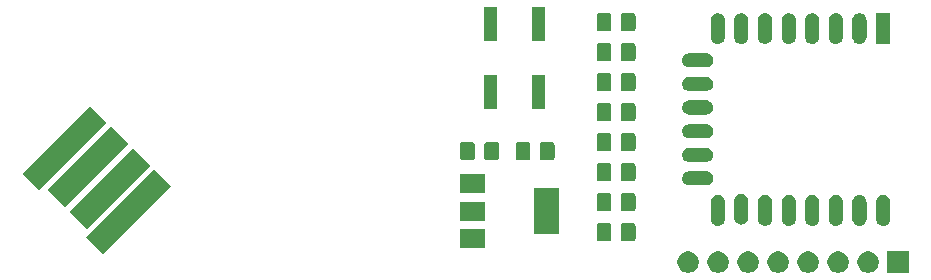
<source format=gbr>
G04 #@! TF.GenerationSoftware,KiCad,Pcbnew,(5.1.5)-3*
G04 #@! TF.CreationDate,2019-12-26T10:02:20-08:00*
G04 #@! TF.ProjectId,esp8266_bcard,65737038-3236-4365-9f62-636172642e6b,rev?*
G04 #@! TF.SameCoordinates,Original*
G04 #@! TF.FileFunction,Soldermask,Top*
G04 #@! TF.FilePolarity,Negative*
%FSLAX46Y46*%
G04 Gerber Fmt 4.6, Leading zero omitted, Abs format (unit mm)*
G04 Created by KiCad (PCBNEW (5.1.5)-3) date 2019-12-26 10:02:20*
%MOMM*%
%LPD*%
G04 APERTURE LIST*
%ADD10C,0.100000*%
G04 APERTURE END LIST*
D10*
G36*
X160133512Y-128643927D02*
G01*
X160282812Y-128673624D01*
X160446784Y-128741544D01*
X160594354Y-128840147D01*
X160719853Y-128965646D01*
X160818456Y-129113216D01*
X160886376Y-129277188D01*
X160921000Y-129451259D01*
X160921000Y-129628741D01*
X160886376Y-129802812D01*
X160818456Y-129966784D01*
X160719853Y-130114354D01*
X160594354Y-130239853D01*
X160446784Y-130338456D01*
X160282812Y-130406376D01*
X160133512Y-130436073D01*
X160108742Y-130441000D01*
X159931258Y-130441000D01*
X159906488Y-130436073D01*
X159757188Y-130406376D01*
X159593216Y-130338456D01*
X159445646Y-130239853D01*
X159320147Y-130114354D01*
X159221544Y-129966784D01*
X159153624Y-129802812D01*
X159119000Y-129628741D01*
X159119000Y-129451259D01*
X159153624Y-129277188D01*
X159221544Y-129113216D01*
X159320147Y-128965646D01*
X159445646Y-128840147D01*
X159593216Y-128741544D01*
X159757188Y-128673624D01*
X159906488Y-128643927D01*
X159931258Y-128639000D01*
X160108742Y-128639000D01*
X160133512Y-128643927D01*
G37*
G36*
X178701000Y-130441000D02*
G01*
X176899000Y-130441000D01*
X176899000Y-128639000D01*
X178701000Y-128639000D01*
X178701000Y-130441000D01*
G37*
G36*
X175373512Y-128643927D02*
G01*
X175522812Y-128673624D01*
X175686784Y-128741544D01*
X175834354Y-128840147D01*
X175959853Y-128965646D01*
X176058456Y-129113216D01*
X176126376Y-129277188D01*
X176161000Y-129451259D01*
X176161000Y-129628741D01*
X176126376Y-129802812D01*
X176058456Y-129966784D01*
X175959853Y-130114354D01*
X175834354Y-130239853D01*
X175686784Y-130338456D01*
X175522812Y-130406376D01*
X175373512Y-130436073D01*
X175348742Y-130441000D01*
X175171258Y-130441000D01*
X175146488Y-130436073D01*
X174997188Y-130406376D01*
X174833216Y-130338456D01*
X174685646Y-130239853D01*
X174560147Y-130114354D01*
X174461544Y-129966784D01*
X174393624Y-129802812D01*
X174359000Y-129628741D01*
X174359000Y-129451259D01*
X174393624Y-129277188D01*
X174461544Y-129113216D01*
X174560147Y-128965646D01*
X174685646Y-128840147D01*
X174833216Y-128741544D01*
X174997188Y-128673624D01*
X175146488Y-128643927D01*
X175171258Y-128639000D01*
X175348742Y-128639000D01*
X175373512Y-128643927D01*
G37*
G36*
X172833512Y-128643927D02*
G01*
X172982812Y-128673624D01*
X173146784Y-128741544D01*
X173294354Y-128840147D01*
X173419853Y-128965646D01*
X173518456Y-129113216D01*
X173586376Y-129277188D01*
X173621000Y-129451259D01*
X173621000Y-129628741D01*
X173586376Y-129802812D01*
X173518456Y-129966784D01*
X173419853Y-130114354D01*
X173294354Y-130239853D01*
X173146784Y-130338456D01*
X172982812Y-130406376D01*
X172833512Y-130436073D01*
X172808742Y-130441000D01*
X172631258Y-130441000D01*
X172606488Y-130436073D01*
X172457188Y-130406376D01*
X172293216Y-130338456D01*
X172145646Y-130239853D01*
X172020147Y-130114354D01*
X171921544Y-129966784D01*
X171853624Y-129802812D01*
X171819000Y-129628741D01*
X171819000Y-129451259D01*
X171853624Y-129277188D01*
X171921544Y-129113216D01*
X172020147Y-128965646D01*
X172145646Y-128840147D01*
X172293216Y-128741544D01*
X172457188Y-128673624D01*
X172606488Y-128643927D01*
X172631258Y-128639000D01*
X172808742Y-128639000D01*
X172833512Y-128643927D01*
G37*
G36*
X170293512Y-128643927D02*
G01*
X170442812Y-128673624D01*
X170606784Y-128741544D01*
X170754354Y-128840147D01*
X170879853Y-128965646D01*
X170978456Y-129113216D01*
X171046376Y-129277188D01*
X171081000Y-129451259D01*
X171081000Y-129628741D01*
X171046376Y-129802812D01*
X170978456Y-129966784D01*
X170879853Y-130114354D01*
X170754354Y-130239853D01*
X170606784Y-130338456D01*
X170442812Y-130406376D01*
X170293512Y-130436073D01*
X170268742Y-130441000D01*
X170091258Y-130441000D01*
X170066488Y-130436073D01*
X169917188Y-130406376D01*
X169753216Y-130338456D01*
X169605646Y-130239853D01*
X169480147Y-130114354D01*
X169381544Y-129966784D01*
X169313624Y-129802812D01*
X169279000Y-129628741D01*
X169279000Y-129451259D01*
X169313624Y-129277188D01*
X169381544Y-129113216D01*
X169480147Y-128965646D01*
X169605646Y-128840147D01*
X169753216Y-128741544D01*
X169917188Y-128673624D01*
X170066488Y-128643927D01*
X170091258Y-128639000D01*
X170268742Y-128639000D01*
X170293512Y-128643927D01*
G37*
G36*
X165213512Y-128643927D02*
G01*
X165362812Y-128673624D01*
X165526784Y-128741544D01*
X165674354Y-128840147D01*
X165799853Y-128965646D01*
X165898456Y-129113216D01*
X165966376Y-129277188D01*
X166001000Y-129451259D01*
X166001000Y-129628741D01*
X165966376Y-129802812D01*
X165898456Y-129966784D01*
X165799853Y-130114354D01*
X165674354Y-130239853D01*
X165526784Y-130338456D01*
X165362812Y-130406376D01*
X165213512Y-130436073D01*
X165188742Y-130441000D01*
X165011258Y-130441000D01*
X164986488Y-130436073D01*
X164837188Y-130406376D01*
X164673216Y-130338456D01*
X164525646Y-130239853D01*
X164400147Y-130114354D01*
X164301544Y-129966784D01*
X164233624Y-129802812D01*
X164199000Y-129628741D01*
X164199000Y-129451259D01*
X164233624Y-129277188D01*
X164301544Y-129113216D01*
X164400147Y-128965646D01*
X164525646Y-128840147D01*
X164673216Y-128741544D01*
X164837188Y-128673624D01*
X164986488Y-128643927D01*
X165011258Y-128639000D01*
X165188742Y-128639000D01*
X165213512Y-128643927D01*
G37*
G36*
X162673512Y-128643927D02*
G01*
X162822812Y-128673624D01*
X162986784Y-128741544D01*
X163134354Y-128840147D01*
X163259853Y-128965646D01*
X163358456Y-129113216D01*
X163426376Y-129277188D01*
X163461000Y-129451259D01*
X163461000Y-129628741D01*
X163426376Y-129802812D01*
X163358456Y-129966784D01*
X163259853Y-130114354D01*
X163134354Y-130239853D01*
X162986784Y-130338456D01*
X162822812Y-130406376D01*
X162673512Y-130436073D01*
X162648742Y-130441000D01*
X162471258Y-130441000D01*
X162446488Y-130436073D01*
X162297188Y-130406376D01*
X162133216Y-130338456D01*
X161985646Y-130239853D01*
X161860147Y-130114354D01*
X161761544Y-129966784D01*
X161693624Y-129802812D01*
X161659000Y-129628741D01*
X161659000Y-129451259D01*
X161693624Y-129277188D01*
X161761544Y-129113216D01*
X161860147Y-128965646D01*
X161985646Y-128840147D01*
X162133216Y-128741544D01*
X162297188Y-128673624D01*
X162446488Y-128643927D01*
X162471258Y-128639000D01*
X162648742Y-128639000D01*
X162673512Y-128643927D01*
G37*
G36*
X167753512Y-128643927D02*
G01*
X167902812Y-128673624D01*
X168066784Y-128741544D01*
X168214354Y-128840147D01*
X168339853Y-128965646D01*
X168438456Y-129113216D01*
X168506376Y-129277188D01*
X168541000Y-129451259D01*
X168541000Y-129628741D01*
X168506376Y-129802812D01*
X168438456Y-129966784D01*
X168339853Y-130114354D01*
X168214354Y-130239853D01*
X168066784Y-130338456D01*
X167902812Y-130406376D01*
X167753512Y-130436073D01*
X167728742Y-130441000D01*
X167551258Y-130441000D01*
X167526488Y-130436073D01*
X167377188Y-130406376D01*
X167213216Y-130338456D01*
X167065646Y-130239853D01*
X166940147Y-130114354D01*
X166841544Y-129966784D01*
X166773624Y-129802812D01*
X166739000Y-129628741D01*
X166739000Y-129451259D01*
X166773624Y-129277188D01*
X166841544Y-129113216D01*
X166940147Y-128965646D01*
X167065646Y-128840147D01*
X167213216Y-128741544D01*
X167377188Y-128673624D01*
X167526488Y-128643927D01*
X167551258Y-128639000D01*
X167728742Y-128639000D01*
X167753512Y-128643927D01*
G37*
G36*
X116220703Y-123120078D02*
G01*
X110491724Y-128849057D01*
X109076097Y-127433430D01*
X114805076Y-121704451D01*
X116220703Y-123120078D01*
G37*
G36*
X142808000Y-128323000D02*
G01*
X140706000Y-128323000D01*
X140706000Y-126721000D01*
X142808000Y-126721000D01*
X142808000Y-128323000D01*
G37*
G36*
X153353674Y-126253465D02*
G01*
X153391367Y-126264899D01*
X153426103Y-126283466D01*
X153456548Y-126308452D01*
X153481534Y-126338897D01*
X153500101Y-126373633D01*
X153511535Y-126411326D01*
X153516000Y-126456661D01*
X153516000Y-127543339D01*
X153511535Y-127588674D01*
X153500101Y-127626367D01*
X153481534Y-127661103D01*
X153456548Y-127691548D01*
X153426103Y-127716534D01*
X153391367Y-127735101D01*
X153353674Y-127746535D01*
X153308339Y-127751000D01*
X152471661Y-127751000D01*
X152426326Y-127746535D01*
X152388633Y-127735101D01*
X152353897Y-127716534D01*
X152323452Y-127691548D01*
X152298466Y-127661103D01*
X152279899Y-127626367D01*
X152268465Y-127588674D01*
X152264000Y-127543339D01*
X152264000Y-126456661D01*
X152268465Y-126411326D01*
X152279899Y-126373633D01*
X152298466Y-126338897D01*
X152323452Y-126308452D01*
X152353897Y-126283466D01*
X152388633Y-126264899D01*
X152426326Y-126253465D01*
X152471661Y-126249000D01*
X153308339Y-126249000D01*
X153353674Y-126253465D01*
G37*
G36*
X155403674Y-126253465D02*
G01*
X155441367Y-126264899D01*
X155476103Y-126283466D01*
X155506548Y-126308452D01*
X155531534Y-126338897D01*
X155550101Y-126373633D01*
X155561535Y-126411326D01*
X155566000Y-126456661D01*
X155566000Y-127543339D01*
X155561535Y-127588674D01*
X155550101Y-127626367D01*
X155531534Y-127661103D01*
X155506548Y-127691548D01*
X155476103Y-127716534D01*
X155441367Y-127735101D01*
X155403674Y-127746535D01*
X155358339Y-127751000D01*
X154521661Y-127751000D01*
X154476326Y-127746535D01*
X154438633Y-127735101D01*
X154403897Y-127716534D01*
X154373452Y-127691548D01*
X154348466Y-127661103D01*
X154329899Y-127626367D01*
X154318465Y-127588674D01*
X154314000Y-127543339D01*
X154314000Y-126456661D01*
X154318465Y-126411326D01*
X154329899Y-126373633D01*
X154348466Y-126338897D01*
X154373452Y-126308452D01*
X154403897Y-126283466D01*
X154438633Y-126264899D01*
X154476326Y-126253465D01*
X154521661Y-126249000D01*
X155358339Y-126249000D01*
X155403674Y-126253465D01*
G37*
G36*
X149108000Y-127173000D02*
G01*
X147006000Y-127173000D01*
X147006000Y-123271000D01*
X149108000Y-123271000D01*
X149108000Y-127173000D01*
G37*
G36*
X114481221Y-121380595D02*
G01*
X109105795Y-126756021D01*
X107619457Y-125269683D01*
X112994883Y-119894257D01*
X114481221Y-121380595D01*
G37*
G36*
X168647818Y-123867696D02*
G01*
X168761105Y-123902062D01*
X168865512Y-123957869D01*
X168957027Y-124032973D01*
X169032131Y-124124488D01*
X169087938Y-124228895D01*
X169122304Y-124342182D01*
X169131000Y-124430481D01*
X169131000Y-125889519D01*
X169122304Y-125977818D01*
X169087938Y-126091105D01*
X169032131Y-126195512D01*
X169032130Y-126195513D01*
X168957027Y-126287027D01*
X168919362Y-126317937D01*
X168865511Y-126362131D01*
X168761104Y-126417938D01*
X168647817Y-126452304D01*
X168530000Y-126463907D01*
X168412182Y-126452304D01*
X168298895Y-126417938D01*
X168194488Y-126362131D01*
X168180572Y-126350711D01*
X168102973Y-126287027D01*
X168027870Y-126195512D01*
X168027869Y-126195511D01*
X167972062Y-126091104D01*
X167937696Y-125977817D01*
X167929000Y-125889518D01*
X167929001Y-124430481D01*
X167937697Y-124342182D01*
X167972063Y-124228895D01*
X168027870Y-124124488D01*
X168102974Y-124032973D01*
X168194489Y-123957869D01*
X168298896Y-123902062D01*
X168412183Y-123867696D01*
X168530000Y-123856093D01*
X168647818Y-123867696D01*
G37*
G36*
X162647818Y-123867696D02*
G01*
X162761105Y-123902062D01*
X162865512Y-123957869D01*
X162957027Y-124032973D01*
X163032131Y-124124488D01*
X163087938Y-124228895D01*
X163122304Y-124342182D01*
X163131000Y-124430481D01*
X163131000Y-125889519D01*
X163122304Y-125977818D01*
X163087938Y-126091105D01*
X163032131Y-126195512D01*
X163032130Y-126195513D01*
X162957027Y-126287027D01*
X162919362Y-126317937D01*
X162865511Y-126362131D01*
X162761104Y-126417938D01*
X162647817Y-126452304D01*
X162530000Y-126463907D01*
X162412182Y-126452304D01*
X162298895Y-126417938D01*
X162194488Y-126362131D01*
X162180572Y-126350711D01*
X162102973Y-126287027D01*
X162027870Y-126195512D01*
X162027869Y-126195511D01*
X161972062Y-126091104D01*
X161937696Y-125977817D01*
X161929000Y-125889518D01*
X161929001Y-124430481D01*
X161937697Y-124342182D01*
X161972063Y-124228895D01*
X162027870Y-124124488D01*
X162102974Y-124032973D01*
X162194489Y-123957869D01*
X162298896Y-123902062D01*
X162412183Y-123867696D01*
X162530000Y-123856093D01*
X162647818Y-123867696D01*
G37*
G36*
X166647818Y-123867696D02*
G01*
X166761105Y-123902062D01*
X166865512Y-123957869D01*
X166957027Y-124032973D01*
X167032131Y-124124488D01*
X167087938Y-124228895D01*
X167122304Y-124342182D01*
X167131000Y-124430481D01*
X167131000Y-125889519D01*
X167122304Y-125977818D01*
X167087938Y-126091105D01*
X167032131Y-126195512D01*
X167032130Y-126195513D01*
X166957027Y-126287027D01*
X166919362Y-126317937D01*
X166865511Y-126362131D01*
X166761104Y-126417938D01*
X166647817Y-126452304D01*
X166530000Y-126463907D01*
X166412182Y-126452304D01*
X166298895Y-126417938D01*
X166194488Y-126362131D01*
X166180572Y-126350711D01*
X166102973Y-126287027D01*
X166027870Y-126195512D01*
X166027869Y-126195511D01*
X165972062Y-126091104D01*
X165937696Y-125977817D01*
X165929000Y-125889518D01*
X165929001Y-124430481D01*
X165937697Y-124342182D01*
X165972063Y-124228895D01*
X166027870Y-124124488D01*
X166102974Y-124032973D01*
X166194489Y-123957869D01*
X166298896Y-123902062D01*
X166412183Y-123867696D01*
X166530000Y-123856093D01*
X166647818Y-123867696D01*
G37*
G36*
X170647818Y-123867696D02*
G01*
X170761105Y-123902062D01*
X170865512Y-123957869D01*
X170957027Y-124032973D01*
X171032131Y-124124488D01*
X171087938Y-124228895D01*
X171122304Y-124342182D01*
X171131000Y-124430481D01*
X171131000Y-125889519D01*
X171122304Y-125977818D01*
X171087938Y-126091105D01*
X171032131Y-126195512D01*
X171032130Y-126195513D01*
X170957027Y-126287027D01*
X170919362Y-126317937D01*
X170865511Y-126362131D01*
X170761104Y-126417938D01*
X170647817Y-126452304D01*
X170530000Y-126463907D01*
X170412182Y-126452304D01*
X170298895Y-126417938D01*
X170194488Y-126362131D01*
X170180572Y-126350711D01*
X170102973Y-126287027D01*
X170027870Y-126195512D01*
X170027869Y-126195511D01*
X169972062Y-126091104D01*
X169937696Y-125977817D01*
X169929000Y-125889518D01*
X169929001Y-124430481D01*
X169937697Y-124342182D01*
X169972063Y-124228895D01*
X170027870Y-124124488D01*
X170102974Y-124032973D01*
X170194489Y-123957869D01*
X170298896Y-123902062D01*
X170412183Y-123867696D01*
X170530000Y-123856093D01*
X170647818Y-123867696D01*
G37*
G36*
X174647818Y-123867696D02*
G01*
X174761105Y-123902062D01*
X174865512Y-123957869D01*
X174957027Y-124032973D01*
X175032131Y-124124488D01*
X175087938Y-124228895D01*
X175122304Y-124342182D01*
X175131000Y-124430481D01*
X175131000Y-125889519D01*
X175122304Y-125977818D01*
X175087938Y-126091105D01*
X175032131Y-126195512D01*
X175032130Y-126195513D01*
X174957027Y-126287027D01*
X174919362Y-126317937D01*
X174865511Y-126362131D01*
X174761104Y-126417938D01*
X174647817Y-126452304D01*
X174530000Y-126463907D01*
X174412182Y-126452304D01*
X174298895Y-126417938D01*
X174194488Y-126362131D01*
X174180572Y-126350711D01*
X174102973Y-126287027D01*
X174027870Y-126195512D01*
X174027869Y-126195511D01*
X173972062Y-126091104D01*
X173937696Y-125977817D01*
X173929000Y-125889518D01*
X173929001Y-124430481D01*
X173937697Y-124342182D01*
X173972063Y-124228895D01*
X174027870Y-124124488D01*
X174102974Y-124032973D01*
X174194489Y-123957869D01*
X174298896Y-123902062D01*
X174412183Y-123867696D01*
X174530000Y-123856093D01*
X174647818Y-123867696D01*
G37*
G36*
X172647818Y-123867696D02*
G01*
X172761105Y-123902062D01*
X172865512Y-123957869D01*
X172957027Y-124032973D01*
X173032131Y-124124488D01*
X173087938Y-124228895D01*
X173122304Y-124342182D01*
X173131000Y-124430481D01*
X173131000Y-125889519D01*
X173122304Y-125977818D01*
X173087938Y-126091105D01*
X173032131Y-126195512D01*
X173032130Y-126195513D01*
X172957027Y-126287027D01*
X172919362Y-126317937D01*
X172865511Y-126362131D01*
X172761104Y-126417938D01*
X172647817Y-126452304D01*
X172530000Y-126463907D01*
X172412182Y-126452304D01*
X172298895Y-126417938D01*
X172194488Y-126362131D01*
X172180572Y-126350711D01*
X172102973Y-126287027D01*
X172027870Y-126195512D01*
X172027869Y-126195511D01*
X171972062Y-126091104D01*
X171937696Y-125977817D01*
X171929000Y-125889518D01*
X171929001Y-124430481D01*
X171937697Y-124342182D01*
X171972063Y-124228895D01*
X172027870Y-124124488D01*
X172102974Y-124032973D01*
X172194489Y-123957869D01*
X172298896Y-123902062D01*
X172412183Y-123867696D01*
X172530000Y-123856093D01*
X172647818Y-123867696D01*
G37*
G36*
X176647818Y-123867696D02*
G01*
X176761105Y-123902062D01*
X176865512Y-123957869D01*
X176957027Y-124032973D01*
X177032131Y-124124488D01*
X177087938Y-124228895D01*
X177122304Y-124342182D01*
X177131000Y-124430481D01*
X177131000Y-125889519D01*
X177122304Y-125977818D01*
X177087938Y-126091105D01*
X177032131Y-126195512D01*
X177032130Y-126195513D01*
X176957027Y-126287027D01*
X176919362Y-126317937D01*
X176865511Y-126362131D01*
X176761104Y-126417938D01*
X176647817Y-126452304D01*
X176530000Y-126463907D01*
X176412182Y-126452304D01*
X176298895Y-126417938D01*
X176194488Y-126362131D01*
X176180572Y-126350711D01*
X176102973Y-126287027D01*
X176027870Y-126195512D01*
X176027869Y-126195511D01*
X175972062Y-126091104D01*
X175937696Y-125977817D01*
X175929000Y-125889518D01*
X175929001Y-124430481D01*
X175937697Y-124342182D01*
X175972063Y-124228895D01*
X176027870Y-124124488D01*
X176102974Y-124032973D01*
X176194489Y-123957869D01*
X176298896Y-123902062D01*
X176412183Y-123867696D01*
X176530000Y-123856093D01*
X176647818Y-123867696D01*
G37*
G36*
X164647818Y-123767696D02*
G01*
X164761105Y-123802062D01*
X164865512Y-123857869D01*
X164957027Y-123932973D01*
X165032131Y-124024488D01*
X165087938Y-124128895D01*
X165122304Y-124242182D01*
X165131000Y-124330481D01*
X165131000Y-125789519D01*
X165122304Y-125877818D01*
X165087938Y-125991105D01*
X165032131Y-126095512D01*
X165032130Y-126095513D01*
X164957027Y-126187027D01*
X164881923Y-126248662D01*
X164865511Y-126262131D01*
X164761104Y-126317938D01*
X164647817Y-126352304D01*
X164530000Y-126363907D01*
X164412182Y-126352304D01*
X164298895Y-126317938D01*
X164194488Y-126262131D01*
X164178488Y-126249000D01*
X164102973Y-126187027D01*
X164027870Y-126095512D01*
X164025514Y-126091105D01*
X163972062Y-125991104D01*
X163937696Y-125877817D01*
X163929000Y-125789518D01*
X163929001Y-124330481D01*
X163937697Y-124242182D01*
X163972063Y-124128895D01*
X164027870Y-124024488D01*
X164102974Y-123932973D01*
X164194489Y-123857869D01*
X164298896Y-123802062D01*
X164412183Y-123767696D01*
X164530000Y-123756093D01*
X164647818Y-123767696D01*
G37*
G36*
X142808000Y-126023000D02*
G01*
X140706000Y-126023000D01*
X140706000Y-124421000D01*
X142808000Y-124421000D01*
X142808000Y-126023000D01*
G37*
G36*
X153353674Y-123713465D02*
G01*
X153391367Y-123724899D01*
X153426103Y-123743466D01*
X153456548Y-123768452D01*
X153481534Y-123798897D01*
X153500101Y-123833633D01*
X153511535Y-123871326D01*
X153516000Y-123916661D01*
X153516000Y-125003339D01*
X153511535Y-125048674D01*
X153500101Y-125086367D01*
X153481534Y-125121103D01*
X153456548Y-125151548D01*
X153426103Y-125176534D01*
X153391367Y-125195101D01*
X153353674Y-125206535D01*
X153308339Y-125211000D01*
X152471661Y-125211000D01*
X152426326Y-125206535D01*
X152388633Y-125195101D01*
X152353897Y-125176534D01*
X152323452Y-125151548D01*
X152298466Y-125121103D01*
X152279899Y-125086367D01*
X152268465Y-125048674D01*
X152264000Y-125003339D01*
X152264000Y-123916661D01*
X152268465Y-123871326D01*
X152279899Y-123833633D01*
X152298466Y-123798897D01*
X152323452Y-123768452D01*
X152353897Y-123743466D01*
X152388633Y-123724899D01*
X152426326Y-123713465D01*
X152471661Y-123709000D01*
X153308339Y-123709000D01*
X153353674Y-123713465D01*
G37*
G36*
X155403674Y-123713465D02*
G01*
X155441367Y-123724899D01*
X155476103Y-123743466D01*
X155506548Y-123768452D01*
X155531534Y-123798897D01*
X155550101Y-123833633D01*
X155561535Y-123871326D01*
X155566000Y-123916661D01*
X155566000Y-125003339D01*
X155561535Y-125048674D01*
X155550101Y-125086367D01*
X155531534Y-125121103D01*
X155506548Y-125151548D01*
X155476103Y-125176534D01*
X155441367Y-125195101D01*
X155403674Y-125206535D01*
X155358339Y-125211000D01*
X154521661Y-125211000D01*
X154476326Y-125206535D01*
X154438633Y-125195101D01*
X154403897Y-125176534D01*
X154373452Y-125151548D01*
X154348466Y-125121103D01*
X154329899Y-125086367D01*
X154318465Y-125048674D01*
X154314000Y-125003339D01*
X154314000Y-123916661D01*
X154318465Y-123871326D01*
X154329899Y-123833633D01*
X154348466Y-123798897D01*
X154373452Y-123768452D01*
X154403897Y-123743466D01*
X154438633Y-123724899D01*
X154476326Y-123713465D01*
X154521661Y-123709000D01*
X155358339Y-123709000D01*
X155403674Y-123713465D01*
G37*
G36*
X112642743Y-119542117D02*
G01*
X107267317Y-124917543D01*
X105780979Y-123431205D01*
X111156405Y-118055779D01*
X112642743Y-119542117D01*
G37*
G36*
X142808000Y-123723000D02*
G01*
X140706000Y-123723000D01*
X140706000Y-122121000D01*
X142808000Y-122121000D01*
X142808000Y-123723000D01*
G37*
G36*
X110832549Y-117731924D02*
G01*
X105103570Y-123460903D01*
X103687943Y-122045276D01*
X109416922Y-116316297D01*
X110832549Y-117731924D01*
G37*
G36*
X161647818Y-121857696D02*
G01*
X161761105Y-121892062D01*
X161865512Y-121947869D01*
X161957027Y-122022973D01*
X162032131Y-122114488D01*
X162087938Y-122218895D01*
X162122304Y-122332182D01*
X162133907Y-122450000D01*
X162122304Y-122567818D01*
X162087938Y-122681105D01*
X162032131Y-122785512D01*
X161957027Y-122877027D01*
X161865512Y-122952131D01*
X161761105Y-123007938D01*
X161647818Y-123042304D01*
X161559519Y-123051000D01*
X160100481Y-123051000D01*
X160012182Y-123042304D01*
X159898895Y-123007938D01*
X159794488Y-122952131D01*
X159702973Y-122877027D01*
X159627869Y-122785512D01*
X159572062Y-122681105D01*
X159537696Y-122567818D01*
X159526093Y-122450000D01*
X159537696Y-122332182D01*
X159572062Y-122218895D01*
X159627869Y-122114488D01*
X159702973Y-122022973D01*
X159794488Y-121947869D01*
X159898895Y-121892062D01*
X160012182Y-121857696D01*
X160100481Y-121849000D01*
X161559519Y-121849000D01*
X161647818Y-121857696D01*
G37*
G36*
X153353674Y-121173465D02*
G01*
X153391367Y-121184899D01*
X153426103Y-121203466D01*
X153456548Y-121228452D01*
X153481534Y-121258897D01*
X153500101Y-121293633D01*
X153511535Y-121331326D01*
X153516000Y-121376661D01*
X153516000Y-122463339D01*
X153511535Y-122508674D01*
X153500101Y-122546367D01*
X153481534Y-122581103D01*
X153456548Y-122611548D01*
X153426103Y-122636534D01*
X153391367Y-122655101D01*
X153353674Y-122666535D01*
X153308339Y-122671000D01*
X152471661Y-122671000D01*
X152426326Y-122666535D01*
X152388633Y-122655101D01*
X152353897Y-122636534D01*
X152323452Y-122611548D01*
X152298466Y-122581103D01*
X152279899Y-122546367D01*
X152268465Y-122508674D01*
X152264000Y-122463339D01*
X152264000Y-121376661D01*
X152268465Y-121331326D01*
X152279899Y-121293633D01*
X152298466Y-121258897D01*
X152323452Y-121228452D01*
X152353897Y-121203466D01*
X152388633Y-121184899D01*
X152426326Y-121173465D01*
X152471661Y-121169000D01*
X153308339Y-121169000D01*
X153353674Y-121173465D01*
G37*
G36*
X155403674Y-121173465D02*
G01*
X155441367Y-121184899D01*
X155476103Y-121203466D01*
X155506548Y-121228452D01*
X155531534Y-121258897D01*
X155550101Y-121293633D01*
X155561535Y-121331326D01*
X155566000Y-121376661D01*
X155566000Y-122463339D01*
X155561535Y-122508674D01*
X155550101Y-122546367D01*
X155531534Y-122581103D01*
X155506548Y-122611548D01*
X155476103Y-122636534D01*
X155441367Y-122655101D01*
X155403674Y-122666535D01*
X155358339Y-122671000D01*
X154521661Y-122671000D01*
X154476326Y-122666535D01*
X154438633Y-122655101D01*
X154403897Y-122636534D01*
X154373452Y-122611548D01*
X154348466Y-122581103D01*
X154329899Y-122546367D01*
X154318465Y-122508674D01*
X154314000Y-122463339D01*
X154314000Y-121376661D01*
X154318465Y-121331326D01*
X154329899Y-121293633D01*
X154348466Y-121258897D01*
X154373452Y-121228452D01*
X154403897Y-121203466D01*
X154438633Y-121184899D01*
X154476326Y-121173465D01*
X154521661Y-121169000D01*
X155358339Y-121169000D01*
X155403674Y-121173465D01*
G37*
G36*
X161647818Y-119857696D02*
G01*
X161761105Y-119892062D01*
X161865512Y-119947869D01*
X161957027Y-120022973D01*
X162032131Y-120114488D01*
X162087938Y-120218895D01*
X162122304Y-120332182D01*
X162133907Y-120450000D01*
X162122304Y-120567818D01*
X162087938Y-120681105D01*
X162032131Y-120785512D01*
X161957027Y-120877027D01*
X161865512Y-120952131D01*
X161761105Y-121007938D01*
X161647818Y-121042304D01*
X161559519Y-121051000D01*
X160100481Y-121051000D01*
X160012182Y-121042304D01*
X159898895Y-121007938D01*
X159794488Y-120952131D01*
X159702973Y-120877027D01*
X159627869Y-120785512D01*
X159572062Y-120681105D01*
X159537696Y-120567818D01*
X159526093Y-120450000D01*
X159537696Y-120332182D01*
X159572062Y-120218895D01*
X159627869Y-120114488D01*
X159702973Y-120022973D01*
X159794488Y-119947869D01*
X159898895Y-119892062D01*
X160012182Y-119857696D01*
X160100481Y-119849000D01*
X161559519Y-119849000D01*
X161647818Y-119857696D01*
G37*
G36*
X141796674Y-119395465D02*
G01*
X141834367Y-119406899D01*
X141869103Y-119425466D01*
X141899548Y-119450452D01*
X141924534Y-119480897D01*
X141943101Y-119515633D01*
X141954535Y-119553326D01*
X141959000Y-119598661D01*
X141959000Y-120685339D01*
X141954535Y-120730674D01*
X141943101Y-120768367D01*
X141924534Y-120803103D01*
X141899548Y-120833548D01*
X141869103Y-120858534D01*
X141834367Y-120877101D01*
X141796674Y-120888535D01*
X141751339Y-120893000D01*
X140914661Y-120893000D01*
X140869326Y-120888535D01*
X140831633Y-120877101D01*
X140796897Y-120858534D01*
X140766452Y-120833548D01*
X140741466Y-120803103D01*
X140722899Y-120768367D01*
X140711465Y-120730674D01*
X140707000Y-120685339D01*
X140707000Y-119598661D01*
X140711465Y-119553326D01*
X140722899Y-119515633D01*
X140741466Y-119480897D01*
X140766452Y-119450452D01*
X140796897Y-119425466D01*
X140831633Y-119406899D01*
X140869326Y-119395465D01*
X140914661Y-119391000D01*
X141751339Y-119391000D01*
X141796674Y-119395465D01*
G37*
G36*
X143846674Y-119395465D02*
G01*
X143884367Y-119406899D01*
X143919103Y-119425466D01*
X143949548Y-119450452D01*
X143974534Y-119480897D01*
X143993101Y-119515633D01*
X144004535Y-119553326D01*
X144009000Y-119598661D01*
X144009000Y-120685339D01*
X144004535Y-120730674D01*
X143993101Y-120768367D01*
X143974534Y-120803103D01*
X143949548Y-120833548D01*
X143919103Y-120858534D01*
X143884367Y-120877101D01*
X143846674Y-120888535D01*
X143801339Y-120893000D01*
X142964661Y-120893000D01*
X142919326Y-120888535D01*
X142881633Y-120877101D01*
X142846897Y-120858534D01*
X142816452Y-120833548D01*
X142791466Y-120803103D01*
X142772899Y-120768367D01*
X142761465Y-120730674D01*
X142757000Y-120685339D01*
X142757000Y-119598661D01*
X142761465Y-119553326D01*
X142772899Y-119515633D01*
X142791466Y-119480897D01*
X142816452Y-119450452D01*
X142846897Y-119425466D01*
X142881633Y-119406899D01*
X142919326Y-119395465D01*
X142964661Y-119391000D01*
X143801339Y-119391000D01*
X143846674Y-119395465D01*
G37*
G36*
X148545674Y-119395465D02*
G01*
X148583367Y-119406899D01*
X148618103Y-119425466D01*
X148648548Y-119450452D01*
X148673534Y-119480897D01*
X148692101Y-119515633D01*
X148703535Y-119553326D01*
X148708000Y-119598661D01*
X148708000Y-120685339D01*
X148703535Y-120730674D01*
X148692101Y-120768367D01*
X148673534Y-120803103D01*
X148648548Y-120833548D01*
X148618103Y-120858534D01*
X148583367Y-120877101D01*
X148545674Y-120888535D01*
X148500339Y-120893000D01*
X147663661Y-120893000D01*
X147618326Y-120888535D01*
X147580633Y-120877101D01*
X147545897Y-120858534D01*
X147515452Y-120833548D01*
X147490466Y-120803103D01*
X147471899Y-120768367D01*
X147460465Y-120730674D01*
X147456000Y-120685339D01*
X147456000Y-119598661D01*
X147460465Y-119553326D01*
X147471899Y-119515633D01*
X147490466Y-119480897D01*
X147515452Y-119450452D01*
X147545897Y-119425466D01*
X147580633Y-119406899D01*
X147618326Y-119395465D01*
X147663661Y-119391000D01*
X148500339Y-119391000D01*
X148545674Y-119395465D01*
G37*
G36*
X146495674Y-119395465D02*
G01*
X146533367Y-119406899D01*
X146568103Y-119425466D01*
X146598548Y-119450452D01*
X146623534Y-119480897D01*
X146642101Y-119515633D01*
X146653535Y-119553326D01*
X146658000Y-119598661D01*
X146658000Y-120685339D01*
X146653535Y-120730674D01*
X146642101Y-120768367D01*
X146623534Y-120803103D01*
X146598548Y-120833548D01*
X146568103Y-120858534D01*
X146533367Y-120877101D01*
X146495674Y-120888535D01*
X146450339Y-120893000D01*
X145613661Y-120893000D01*
X145568326Y-120888535D01*
X145530633Y-120877101D01*
X145495897Y-120858534D01*
X145465452Y-120833548D01*
X145440466Y-120803103D01*
X145421899Y-120768367D01*
X145410465Y-120730674D01*
X145406000Y-120685339D01*
X145406000Y-119598661D01*
X145410465Y-119553326D01*
X145421899Y-119515633D01*
X145440466Y-119480897D01*
X145465452Y-119450452D01*
X145495897Y-119425466D01*
X145530633Y-119406899D01*
X145568326Y-119395465D01*
X145613661Y-119391000D01*
X146450339Y-119391000D01*
X146495674Y-119395465D01*
G37*
G36*
X155403674Y-118633465D02*
G01*
X155441367Y-118644899D01*
X155476103Y-118663466D01*
X155506548Y-118688452D01*
X155531534Y-118718897D01*
X155550101Y-118753633D01*
X155561535Y-118791326D01*
X155566000Y-118836661D01*
X155566000Y-119923339D01*
X155561535Y-119968674D01*
X155550101Y-120006367D01*
X155531534Y-120041103D01*
X155506548Y-120071548D01*
X155476103Y-120096534D01*
X155441367Y-120115101D01*
X155403674Y-120126535D01*
X155358339Y-120131000D01*
X154521661Y-120131000D01*
X154476326Y-120126535D01*
X154438633Y-120115101D01*
X154403897Y-120096534D01*
X154373452Y-120071548D01*
X154348466Y-120041103D01*
X154329899Y-120006367D01*
X154318465Y-119968674D01*
X154314000Y-119923339D01*
X154314000Y-118836661D01*
X154318465Y-118791326D01*
X154329899Y-118753633D01*
X154348466Y-118718897D01*
X154373452Y-118688452D01*
X154403897Y-118663466D01*
X154438633Y-118644899D01*
X154476326Y-118633465D01*
X154521661Y-118629000D01*
X155358339Y-118629000D01*
X155403674Y-118633465D01*
G37*
G36*
X153353674Y-118633465D02*
G01*
X153391367Y-118644899D01*
X153426103Y-118663466D01*
X153456548Y-118688452D01*
X153481534Y-118718897D01*
X153500101Y-118753633D01*
X153511535Y-118791326D01*
X153516000Y-118836661D01*
X153516000Y-119923339D01*
X153511535Y-119968674D01*
X153500101Y-120006367D01*
X153481534Y-120041103D01*
X153456548Y-120071548D01*
X153426103Y-120096534D01*
X153391367Y-120115101D01*
X153353674Y-120126535D01*
X153308339Y-120131000D01*
X152471661Y-120131000D01*
X152426326Y-120126535D01*
X152388633Y-120115101D01*
X152353897Y-120096534D01*
X152323452Y-120071548D01*
X152298466Y-120041103D01*
X152279899Y-120006367D01*
X152268465Y-119968674D01*
X152264000Y-119923339D01*
X152264000Y-118836661D01*
X152268465Y-118791326D01*
X152279899Y-118753633D01*
X152298466Y-118718897D01*
X152323452Y-118688452D01*
X152353897Y-118663466D01*
X152388633Y-118644899D01*
X152426326Y-118633465D01*
X152471661Y-118629000D01*
X153308339Y-118629000D01*
X153353674Y-118633465D01*
G37*
G36*
X161647818Y-117857696D02*
G01*
X161761105Y-117892062D01*
X161865512Y-117947869D01*
X161957027Y-118022973D01*
X162032131Y-118114488D01*
X162087938Y-118218895D01*
X162122304Y-118332182D01*
X162133907Y-118450000D01*
X162122304Y-118567818D01*
X162087938Y-118681105D01*
X162032131Y-118785512D01*
X161957027Y-118877027D01*
X161865512Y-118952131D01*
X161761105Y-119007938D01*
X161647818Y-119042304D01*
X161559519Y-119051000D01*
X160100481Y-119051000D01*
X160012182Y-119042304D01*
X159898895Y-119007938D01*
X159794488Y-118952131D01*
X159702973Y-118877027D01*
X159627869Y-118785512D01*
X159572062Y-118681105D01*
X159537696Y-118567818D01*
X159526093Y-118450000D01*
X159537696Y-118332182D01*
X159572062Y-118218895D01*
X159627869Y-118114488D01*
X159702973Y-118022973D01*
X159794488Y-117947869D01*
X159898895Y-117892062D01*
X160012182Y-117857696D01*
X160100481Y-117849000D01*
X161559519Y-117849000D01*
X161647818Y-117857696D01*
G37*
G36*
X155403674Y-116093465D02*
G01*
X155441367Y-116104899D01*
X155476103Y-116123466D01*
X155506548Y-116148452D01*
X155531534Y-116178897D01*
X155550101Y-116213633D01*
X155561535Y-116251326D01*
X155566000Y-116296661D01*
X155566000Y-117383339D01*
X155561535Y-117428674D01*
X155550101Y-117466367D01*
X155531534Y-117501103D01*
X155506548Y-117531548D01*
X155476103Y-117556534D01*
X155441367Y-117575101D01*
X155403674Y-117586535D01*
X155358339Y-117591000D01*
X154521661Y-117591000D01*
X154476326Y-117586535D01*
X154438633Y-117575101D01*
X154403897Y-117556534D01*
X154373452Y-117531548D01*
X154348466Y-117501103D01*
X154329899Y-117466367D01*
X154318465Y-117428674D01*
X154314000Y-117383339D01*
X154314000Y-116296661D01*
X154318465Y-116251326D01*
X154329899Y-116213633D01*
X154348466Y-116178897D01*
X154373452Y-116148452D01*
X154403897Y-116123466D01*
X154438633Y-116104899D01*
X154476326Y-116093465D01*
X154521661Y-116089000D01*
X155358339Y-116089000D01*
X155403674Y-116093465D01*
G37*
G36*
X153353674Y-116093465D02*
G01*
X153391367Y-116104899D01*
X153426103Y-116123466D01*
X153456548Y-116148452D01*
X153481534Y-116178897D01*
X153500101Y-116213633D01*
X153511535Y-116251326D01*
X153516000Y-116296661D01*
X153516000Y-117383339D01*
X153511535Y-117428674D01*
X153500101Y-117466367D01*
X153481534Y-117501103D01*
X153456548Y-117531548D01*
X153426103Y-117556534D01*
X153391367Y-117575101D01*
X153353674Y-117586535D01*
X153308339Y-117591000D01*
X152471661Y-117591000D01*
X152426326Y-117586535D01*
X152388633Y-117575101D01*
X152353897Y-117556534D01*
X152323452Y-117531548D01*
X152298466Y-117501103D01*
X152279899Y-117466367D01*
X152268465Y-117428674D01*
X152264000Y-117383339D01*
X152264000Y-116296661D01*
X152268465Y-116251326D01*
X152279899Y-116213633D01*
X152298466Y-116178897D01*
X152323452Y-116148452D01*
X152353897Y-116123466D01*
X152388633Y-116104899D01*
X152426326Y-116093465D01*
X152471661Y-116089000D01*
X153308339Y-116089000D01*
X153353674Y-116093465D01*
G37*
G36*
X161647818Y-115857696D02*
G01*
X161761105Y-115892062D01*
X161865512Y-115947869D01*
X161957027Y-116022973D01*
X162032131Y-116114488D01*
X162087938Y-116218895D01*
X162122304Y-116332182D01*
X162133907Y-116450000D01*
X162122304Y-116567818D01*
X162087938Y-116681105D01*
X162032131Y-116785512D01*
X161957027Y-116877027D01*
X161865512Y-116952131D01*
X161761105Y-117007938D01*
X161647818Y-117042304D01*
X161559519Y-117051000D01*
X160100481Y-117051000D01*
X160012182Y-117042304D01*
X159898895Y-117007938D01*
X159794488Y-116952131D01*
X159702973Y-116877027D01*
X159627869Y-116785512D01*
X159572062Y-116681105D01*
X159537696Y-116567818D01*
X159526093Y-116450000D01*
X159537696Y-116332182D01*
X159572062Y-116218895D01*
X159627869Y-116114488D01*
X159702973Y-116022973D01*
X159794488Y-115947869D01*
X159898895Y-115892062D01*
X160012182Y-115857696D01*
X160100481Y-115849000D01*
X161559519Y-115849000D01*
X161647818Y-115857696D01*
G37*
G36*
X143871000Y-116619000D02*
G01*
X142769000Y-116619000D01*
X142769000Y-113717000D01*
X143871000Y-113717000D01*
X143871000Y-116619000D01*
G37*
G36*
X147871000Y-116619000D02*
G01*
X146769000Y-116619000D01*
X146769000Y-113717000D01*
X147871000Y-113717000D01*
X147871000Y-116619000D01*
G37*
G36*
X161647818Y-113857696D02*
G01*
X161761105Y-113892062D01*
X161865512Y-113947869D01*
X161957027Y-114022973D01*
X162032131Y-114114488D01*
X162087938Y-114218895D01*
X162122304Y-114332182D01*
X162133907Y-114450000D01*
X162122304Y-114567818D01*
X162087938Y-114681105D01*
X162032131Y-114785512D01*
X161957027Y-114877027D01*
X161865512Y-114952131D01*
X161761105Y-115007938D01*
X161647818Y-115042304D01*
X161559519Y-115051000D01*
X160100481Y-115051000D01*
X160012182Y-115042304D01*
X159898895Y-115007938D01*
X159794488Y-114952131D01*
X159702973Y-114877027D01*
X159627869Y-114785512D01*
X159572062Y-114681105D01*
X159537696Y-114567818D01*
X159526093Y-114450000D01*
X159537696Y-114332182D01*
X159572062Y-114218895D01*
X159627869Y-114114488D01*
X159702973Y-114022973D01*
X159794488Y-113947869D01*
X159898895Y-113892062D01*
X160012182Y-113857696D01*
X160100481Y-113849000D01*
X161559519Y-113849000D01*
X161647818Y-113857696D01*
G37*
G36*
X155403674Y-113553465D02*
G01*
X155441367Y-113564899D01*
X155476103Y-113583466D01*
X155506548Y-113608452D01*
X155531534Y-113638897D01*
X155550101Y-113673633D01*
X155561535Y-113711326D01*
X155566000Y-113756661D01*
X155566000Y-114843339D01*
X155561535Y-114888674D01*
X155550101Y-114926367D01*
X155531534Y-114961103D01*
X155506548Y-114991548D01*
X155476103Y-115016534D01*
X155441367Y-115035101D01*
X155403674Y-115046535D01*
X155358339Y-115051000D01*
X154521661Y-115051000D01*
X154476326Y-115046535D01*
X154438633Y-115035101D01*
X154403897Y-115016534D01*
X154373452Y-114991548D01*
X154348466Y-114961103D01*
X154329899Y-114926367D01*
X154318465Y-114888674D01*
X154314000Y-114843339D01*
X154314000Y-113756661D01*
X154318465Y-113711326D01*
X154329899Y-113673633D01*
X154348466Y-113638897D01*
X154373452Y-113608452D01*
X154403897Y-113583466D01*
X154438633Y-113564899D01*
X154476326Y-113553465D01*
X154521661Y-113549000D01*
X155358339Y-113549000D01*
X155403674Y-113553465D01*
G37*
G36*
X153353674Y-113553465D02*
G01*
X153391367Y-113564899D01*
X153426103Y-113583466D01*
X153456548Y-113608452D01*
X153481534Y-113638897D01*
X153500101Y-113673633D01*
X153511535Y-113711326D01*
X153516000Y-113756661D01*
X153516000Y-114843339D01*
X153511535Y-114888674D01*
X153500101Y-114926367D01*
X153481534Y-114961103D01*
X153456548Y-114991548D01*
X153426103Y-115016534D01*
X153391367Y-115035101D01*
X153353674Y-115046535D01*
X153308339Y-115051000D01*
X152471661Y-115051000D01*
X152426326Y-115046535D01*
X152388633Y-115035101D01*
X152353897Y-115016534D01*
X152323452Y-114991548D01*
X152298466Y-114961103D01*
X152279899Y-114926367D01*
X152268465Y-114888674D01*
X152264000Y-114843339D01*
X152264000Y-113756661D01*
X152268465Y-113711326D01*
X152279899Y-113673633D01*
X152298466Y-113638897D01*
X152323452Y-113608452D01*
X152353897Y-113583466D01*
X152388633Y-113564899D01*
X152426326Y-113553465D01*
X152471661Y-113549000D01*
X153308339Y-113549000D01*
X153353674Y-113553465D01*
G37*
G36*
X161647818Y-111857696D02*
G01*
X161761105Y-111892062D01*
X161865512Y-111947869D01*
X161957027Y-112022973D01*
X162032131Y-112114488D01*
X162087938Y-112218895D01*
X162122304Y-112332182D01*
X162133907Y-112450000D01*
X162122304Y-112567818D01*
X162087938Y-112681105D01*
X162032131Y-112785512D01*
X161957027Y-112877027D01*
X161865512Y-112952131D01*
X161761105Y-113007938D01*
X161647818Y-113042304D01*
X161559519Y-113051000D01*
X160100481Y-113051000D01*
X160012182Y-113042304D01*
X159898895Y-113007938D01*
X159794488Y-112952131D01*
X159702973Y-112877027D01*
X159627869Y-112785512D01*
X159572062Y-112681105D01*
X159537696Y-112567818D01*
X159526093Y-112450000D01*
X159537696Y-112332182D01*
X159572062Y-112218895D01*
X159627869Y-112114488D01*
X159702973Y-112022973D01*
X159794488Y-111947869D01*
X159898895Y-111892062D01*
X160012182Y-111857696D01*
X160100481Y-111849000D01*
X161559519Y-111849000D01*
X161647818Y-111857696D01*
G37*
G36*
X155403674Y-111013465D02*
G01*
X155441367Y-111024899D01*
X155476103Y-111043466D01*
X155506548Y-111068452D01*
X155531534Y-111098897D01*
X155550101Y-111133633D01*
X155561535Y-111171326D01*
X155566000Y-111216661D01*
X155566000Y-112303339D01*
X155561535Y-112348674D01*
X155550101Y-112386367D01*
X155531534Y-112421103D01*
X155506548Y-112451548D01*
X155476103Y-112476534D01*
X155441367Y-112495101D01*
X155403674Y-112506535D01*
X155358339Y-112511000D01*
X154521661Y-112511000D01*
X154476326Y-112506535D01*
X154438633Y-112495101D01*
X154403897Y-112476534D01*
X154373452Y-112451548D01*
X154348466Y-112421103D01*
X154329899Y-112386367D01*
X154318465Y-112348674D01*
X154314000Y-112303339D01*
X154314000Y-111216661D01*
X154318465Y-111171326D01*
X154329899Y-111133633D01*
X154348466Y-111098897D01*
X154373452Y-111068452D01*
X154403897Y-111043466D01*
X154438633Y-111024899D01*
X154476326Y-111013465D01*
X154521661Y-111009000D01*
X155358339Y-111009000D01*
X155403674Y-111013465D01*
G37*
G36*
X153353674Y-111013465D02*
G01*
X153391367Y-111024899D01*
X153426103Y-111043466D01*
X153456548Y-111068452D01*
X153481534Y-111098897D01*
X153500101Y-111133633D01*
X153511535Y-111171326D01*
X153516000Y-111216661D01*
X153516000Y-112303339D01*
X153511535Y-112348674D01*
X153500101Y-112386367D01*
X153481534Y-112421103D01*
X153456548Y-112451548D01*
X153426103Y-112476534D01*
X153391367Y-112495101D01*
X153353674Y-112506535D01*
X153308339Y-112511000D01*
X152471661Y-112511000D01*
X152426326Y-112506535D01*
X152388633Y-112495101D01*
X152353897Y-112476534D01*
X152323452Y-112451548D01*
X152298466Y-112421103D01*
X152279899Y-112386367D01*
X152268465Y-112348674D01*
X152264000Y-112303339D01*
X152264000Y-111216661D01*
X152268465Y-111171326D01*
X152279899Y-111133633D01*
X152298466Y-111098897D01*
X152323452Y-111068452D01*
X152353897Y-111043466D01*
X152388633Y-111024899D01*
X152426326Y-111013465D01*
X152471661Y-111009000D01*
X153308339Y-111009000D01*
X153353674Y-111013465D01*
G37*
G36*
X162647818Y-108467696D02*
G01*
X162761105Y-108502062D01*
X162865512Y-108557869D01*
X162957027Y-108632973D01*
X163032131Y-108724488D01*
X163087938Y-108828895D01*
X163122304Y-108942182D01*
X163131000Y-109030481D01*
X163131000Y-110489519D01*
X163122304Y-110577818D01*
X163087938Y-110691105D01*
X163032131Y-110795512D01*
X163032130Y-110795513D01*
X162957027Y-110887027D01*
X162881923Y-110948662D01*
X162865511Y-110962131D01*
X162761104Y-111017938D01*
X162647817Y-111052304D01*
X162530000Y-111063907D01*
X162412182Y-111052304D01*
X162298895Y-111017938D01*
X162194488Y-110962131D01*
X162180572Y-110950711D01*
X162102973Y-110887027D01*
X162027870Y-110795512D01*
X162027869Y-110795511D01*
X161972062Y-110691104D01*
X161937696Y-110577817D01*
X161929000Y-110489518D01*
X161929001Y-109030481D01*
X161937697Y-108942182D01*
X161972063Y-108828895D01*
X162027870Y-108724488D01*
X162102974Y-108632973D01*
X162194489Y-108557869D01*
X162298896Y-108502062D01*
X162412183Y-108467696D01*
X162530000Y-108456093D01*
X162647818Y-108467696D01*
G37*
G36*
X164647818Y-108467696D02*
G01*
X164761105Y-108502062D01*
X164865512Y-108557869D01*
X164957027Y-108632973D01*
X165032131Y-108724488D01*
X165087938Y-108828895D01*
X165122304Y-108942182D01*
X165131000Y-109030481D01*
X165131000Y-110489519D01*
X165122304Y-110577818D01*
X165087938Y-110691105D01*
X165032131Y-110795512D01*
X165032130Y-110795513D01*
X164957027Y-110887027D01*
X164881923Y-110948662D01*
X164865511Y-110962131D01*
X164761104Y-111017938D01*
X164647817Y-111052304D01*
X164530000Y-111063907D01*
X164412182Y-111052304D01*
X164298895Y-111017938D01*
X164194488Y-110962131D01*
X164180572Y-110950711D01*
X164102973Y-110887027D01*
X164027870Y-110795512D01*
X164027869Y-110795511D01*
X163972062Y-110691104D01*
X163937696Y-110577817D01*
X163929000Y-110489518D01*
X163929001Y-109030481D01*
X163937697Y-108942182D01*
X163972063Y-108828895D01*
X164027870Y-108724488D01*
X164102974Y-108632973D01*
X164194489Y-108557869D01*
X164298896Y-108502062D01*
X164412183Y-108467696D01*
X164530000Y-108456093D01*
X164647818Y-108467696D01*
G37*
G36*
X172647818Y-108467696D02*
G01*
X172761105Y-108502062D01*
X172865512Y-108557869D01*
X172957027Y-108632973D01*
X173032131Y-108724488D01*
X173087938Y-108828895D01*
X173122304Y-108942182D01*
X173131000Y-109030481D01*
X173131000Y-110489519D01*
X173122304Y-110577818D01*
X173087938Y-110691105D01*
X173032131Y-110795512D01*
X173032130Y-110795513D01*
X172957027Y-110887027D01*
X172881923Y-110948662D01*
X172865511Y-110962131D01*
X172761104Y-111017938D01*
X172647817Y-111052304D01*
X172530000Y-111063907D01*
X172412182Y-111052304D01*
X172298895Y-111017938D01*
X172194488Y-110962131D01*
X172180572Y-110950711D01*
X172102973Y-110887027D01*
X172027870Y-110795512D01*
X172027869Y-110795511D01*
X171972062Y-110691104D01*
X171937696Y-110577817D01*
X171929000Y-110489518D01*
X171929001Y-109030481D01*
X171937697Y-108942182D01*
X171972063Y-108828895D01*
X172027870Y-108724488D01*
X172102974Y-108632973D01*
X172194489Y-108557869D01*
X172298896Y-108502062D01*
X172412183Y-108467696D01*
X172530000Y-108456093D01*
X172647818Y-108467696D01*
G37*
G36*
X166647818Y-108467696D02*
G01*
X166761105Y-108502062D01*
X166865512Y-108557869D01*
X166957027Y-108632973D01*
X167032131Y-108724488D01*
X167087938Y-108828895D01*
X167122304Y-108942182D01*
X167131000Y-109030481D01*
X167131000Y-110489519D01*
X167122304Y-110577818D01*
X167087938Y-110691105D01*
X167032131Y-110795512D01*
X167032130Y-110795513D01*
X166957027Y-110887027D01*
X166881923Y-110948662D01*
X166865511Y-110962131D01*
X166761104Y-111017938D01*
X166647817Y-111052304D01*
X166530000Y-111063907D01*
X166412182Y-111052304D01*
X166298895Y-111017938D01*
X166194488Y-110962131D01*
X166180572Y-110950711D01*
X166102973Y-110887027D01*
X166027870Y-110795512D01*
X166027869Y-110795511D01*
X165972062Y-110691104D01*
X165937696Y-110577817D01*
X165929000Y-110489518D01*
X165929001Y-109030481D01*
X165937697Y-108942182D01*
X165972063Y-108828895D01*
X166027870Y-108724488D01*
X166102974Y-108632973D01*
X166194489Y-108557869D01*
X166298896Y-108502062D01*
X166412183Y-108467696D01*
X166530000Y-108456093D01*
X166647818Y-108467696D01*
G37*
G36*
X170647818Y-108467696D02*
G01*
X170761105Y-108502062D01*
X170865512Y-108557869D01*
X170957027Y-108632973D01*
X171032131Y-108724488D01*
X171087938Y-108828895D01*
X171122304Y-108942182D01*
X171131000Y-109030481D01*
X171131000Y-110489519D01*
X171122304Y-110577818D01*
X171087938Y-110691105D01*
X171032131Y-110795512D01*
X171032130Y-110795513D01*
X170957027Y-110887027D01*
X170881923Y-110948662D01*
X170865511Y-110962131D01*
X170761104Y-111017938D01*
X170647817Y-111052304D01*
X170530000Y-111063907D01*
X170412182Y-111052304D01*
X170298895Y-111017938D01*
X170194488Y-110962131D01*
X170180572Y-110950711D01*
X170102973Y-110887027D01*
X170027870Y-110795512D01*
X170027869Y-110795511D01*
X169972062Y-110691104D01*
X169937696Y-110577817D01*
X169929000Y-110489518D01*
X169929001Y-109030481D01*
X169937697Y-108942182D01*
X169972063Y-108828895D01*
X170027870Y-108724488D01*
X170102974Y-108632973D01*
X170194489Y-108557869D01*
X170298896Y-108502062D01*
X170412183Y-108467696D01*
X170530000Y-108456093D01*
X170647818Y-108467696D01*
G37*
G36*
X174647818Y-108467696D02*
G01*
X174761105Y-108502062D01*
X174865512Y-108557869D01*
X174957027Y-108632973D01*
X175032131Y-108724488D01*
X175087938Y-108828895D01*
X175122304Y-108942182D01*
X175131000Y-109030481D01*
X175131000Y-110489519D01*
X175122304Y-110577818D01*
X175087938Y-110691105D01*
X175032131Y-110795512D01*
X175032130Y-110795513D01*
X174957027Y-110887027D01*
X174881923Y-110948662D01*
X174865511Y-110962131D01*
X174761104Y-111017938D01*
X174647817Y-111052304D01*
X174530000Y-111063907D01*
X174412182Y-111052304D01*
X174298895Y-111017938D01*
X174194488Y-110962131D01*
X174180572Y-110950711D01*
X174102973Y-110887027D01*
X174027870Y-110795512D01*
X174027869Y-110795511D01*
X173972062Y-110691104D01*
X173937696Y-110577817D01*
X173929000Y-110489518D01*
X173929001Y-109030481D01*
X173937697Y-108942182D01*
X173972063Y-108828895D01*
X174027870Y-108724488D01*
X174102974Y-108632973D01*
X174194489Y-108557869D01*
X174298896Y-108502062D01*
X174412183Y-108467696D01*
X174530000Y-108456093D01*
X174647818Y-108467696D01*
G37*
G36*
X168647818Y-108467696D02*
G01*
X168761105Y-108502062D01*
X168865512Y-108557869D01*
X168957027Y-108632973D01*
X169032131Y-108724488D01*
X169087938Y-108828895D01*
X169122304Y-108942182D01*
X169131000Y-109030481D01*
X169131000Y-110489519D01*
X169122304Y-110577818D01*
X169087938Y-110691105D01*
X169032131Y-110795512D01*
X169032130Y-110795513D01*
X168957027Y-110887027D01*
X168881923Y-110948662D01*
X168865511Y-110962131D01*
X168761104Y-111017938D01*
X168647817Y-111052304D01*
X168530000Y-111063907D01*
X168412182Y-111052304D01*
X168298895Y-111017938D01*
X168194488Y-110962131D01*
X168180572Y-110950711D01*
X168102973Y-110887027D01*
X168027870Y-110795512D01*
X168027869Y-110795511D01*
X167972062Y-110691104D01*
X167937696Y-110577817D01*
X167929000Y-110489518D01*
X167929001Y-109030481D01*
X167937697Y-108942182D01*
X167972063Y-108828895D01*
X168027870Y-108724488D01*
X168102974Y-108632973D01*
X168194489Y-108557869D01*
X168298896Y-108502062D01*
X168412183Y-108467696D01*
X168530000Y-108456093D01*
X168647818Y-108467696D01*
G37*
G36*
X177131000Y-111061000D02*
G01*
X175929000Y-111061000D01*
X175929000Y-108459000D01*
X177131000Y-108459000D01*
X177131000Y-111061000D01*
G37*
G36*
X147871000Y-110819000D02*
G01*
X146769000Y-110819000D01*
X146769000Y-107917000D01*
X147871000Y-107917000D01*
X147871000Y-110819000D01*
G37*
G36*
X143871000Y-110819000D02*
G01*
X142769000Y-110819000D01*
X142769000Y-107917000D01*
X143871000Y-107917000D01*
X143871000Y-110819000D01*
G37*
G36*
X155403674Y-108473465D02*
G01*
X155441367Y-108484899D01*
X155476103Y-108503466D01*
X155506548Y-108528452D01*
X155531534Y-108558897D01*
X155550101Y-108593633D01*
X155561535Y-108631326D01*
X155566000Y-108676661D01*
X155566000Y-109763339D01*
X155561535Y-109808674D01*
X155550101Y-109846367D01*
X155531534Y-109881103D01*
X155506548Y-109911548D01*
X155476103Y-109936534D01*
X155441367Y-109955101D01*
X155403674Y-109966535D01*
X155358339Y-109971000D01*
X154521661Y-109971000D01*
X154476326Y-109966535D01*
X154438633Y-109955101D01*
X154403897Y-109936534D01*
X154373452Y-109911548D01*
X154348466Y-109881103D01*
X154329899Y-109846367D01*
X154318465Y-109808674D01*
X154314000Y-109763339D01*
X154314000Y-108676661D01*
X154318465Y-108631326D01*
X154329899Y-108593633D01*
X154348466Y-108558897D01*
X154373452Y-108528452D01*
X154403897Y-108503466D01*
X154438633Y-108484899D01*
X154476326Y-108473465D01*
X154521661Y-108469000D01*
X155358339Y-108469000D01*
X155403674Y-108473465D01*
G37*
G36*
X153353674Y-108473465D02*
G01*
X153391367Y-108484899D01*
X153426103Y-108503466D01*
X153456548Y-108528452D01*
X153481534Y-108558897D01*
X153500101Y-108593633D01*
X153511535Y-108631326D01*
X153516000Y-108676661D01*
X153516000Y-109763339D01*
X153511535Y-109808674D01*
X153500101Y-109846367D01*
X153481534Y-109881103D01*
X153456548Y-109911548D01*
X153426103Y-109936534D01*
X153391367Y-109955101D01*
X153353674Y-109966535D01*
X153308339Y-109971000D01*
X152471661Y-109971000D01*
X152426326Y-109966535D01*
X152388633Y-109955101D01*
X152353897Y-109936534D01*
X152323452Y-109911548D01*
X152298466Y-109881103D01*
X152279899Y-109846367D01*
X152268465Y-109808674D01*
X152264000Y-109763339D01*
X152264000Y-108676661D01*
X152268465Y-108631326D01*
X152279899Y-108593633D01*
X152298466Y-108558897D01*
X152323452Y-108528452D01*
X152353897Y-108503466D01*
X152388633Y-108484899D01*
X152426326Y-108473465D01*
X152471661Y-108469000D01*
X153308339Y-108469000D01*
X153353674Y-108473465D01*
G37*
M02*

</source>
